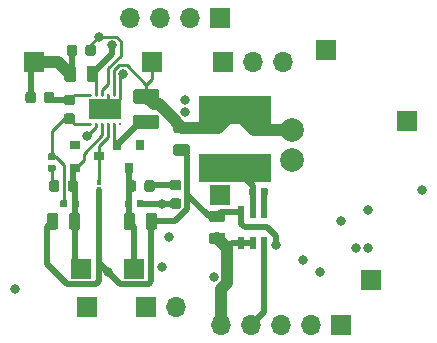
<source format=gbr>
G04 #@! TF.GenerationSoftware,KiCad,Pcbnew,(5.1.5)-3*
G04 #@! TF.CreationDate,2021-01-08T03:31:11-05:00*
G04 #@! TF.ProjectId,EPC611 LIDAR,45504336-3131-4204-9c49-4441522e6b69,rev?*
G04 #@! TF.SameCoordinates,Original*
G04 #@! TF.FileFunction,Copper,L4,Bot*
G04 #@! TF.FilePolarity,Positive*
%FSLAX46Y46*%
G04 Gerber Fmt 4.6, Leading zero omitted, Abs format (unit mm)*
G04 Created by KiCad (PCBNEW (5.1.5)-3) date 2021-01-08 03:31:11*
%MOMM*%
%LPD*%
G04 APERTURE LIST*
%ADD10R,0.550000X1.050000*%
%ADD11R,0.250000X0.250000*%
%ADD12R,2.700000X1.700000*%
%ADD13R,1.700000X1.700000*%
%ADD14C,0.100000*%
%ADD15R,6.100000X2.350000*%
%ADD16O,1.700000X1.700000*%
%ADD17C,2.000000*%
%ADD18R,0.900000X0.800000*%
%ADD19R,0.800000X0.900000*%
%ADD20C,0.800000*%
%ADD21C,0.500000*%
%ADD22C,1.000000*%
%ADD23C,0.250000*%
G04 APERTURE END LIST*
D10*
X122450000Y-110700000D03*
X121500000Y-110700000D03*
X120550000Y-110700000D03*
X120550000Y-113300000D03*
X121500000Y-113300000D03*
X122450000Y-113300000D03*
D11*
X107750000Y-100775000D03*
X107750000Y-103225000D03*
D12*
X109000000Y-102000000D03*
D11*
X110250000Y-100775000D03*
X109750000Y-100775000D03*
X109250000Y-100775000D03*
X108750000Y-100775000D03*
X108250000Y-100775000D03*
X108250000Y-103225000D03*
X108750000Y-103225000D03*
X109250000Y-103225000D03*
X109750000Y-103225000D03*
X110250000Y-103225000D03*
D13*
X103000000Y-98000000D03*
X131500000Y-116500000D03*
X127750000Y-97000000D03*
X107500000Y-118750000D03*
X134600000Y-103000000D03*
X118750000Y-109250000D03*
X113000000Y-98000000D03*
X111500000Y-115500000D03*
X107000000Y-115500000D03*
G04 #@! TA.AperFunction,SMDPad,CuDef*
D14*
G36*
X105676958Y-109680710D02*
G01*
X105691276Y-109682834D01*
X105705317Y-109686351D01*
X105718946Y-109691228D01*
X105732031Y-109697417D01*
X105744447Y-109704858D01*
X105756073Y-109713481D01*
X105766798Y-109723202D01*
X105776519Y-109733927D01*
X105785142Y-109745553D01*
X105792583Y-109757969D01*
X105798772Y-109771054D01*
X105803649Y-109784683D01*
X105807166Y-109798724D01*
X105809290Y-109813042D01*
X105810000Y-109827500D01*
X105810000Y-110172500D01*
X105809290Y-110186958D01*
X105807166Y-110201276D01*
X105803649Y-110215317D01*
X105798772Y-110228946D01*
X105792583Y-110242031D01*
X105785142Y-110254447D01*
X105776519Y-110266073D01*
X105766798Y-110276798D01*
X105756073Y-110286519D01*
X105744447Y-110295142D01*
X105732031Y-110302583D01*
X105718946Y-110308772D01*
X105705317Y-110313649D01*
X105691276Y-110317166D01*
X105676958Y-110319290D01*
X105662500Y-110320000D01*
X105367500Y-110320000D01*
X105353042Y-110319290D01*
X105338724Y-110317166D01*
X105324683Y-110313649D01*
X105311054Y-110308772D01*
X105297969Y-110302583D01*
X105285553Y-110295142D01*
X105273927Y-110286519D01*
X105263202Y-110276798D01*
X105253481Y-110266073D01*
X105244858Y-110254447D01*
X105237417Y-110242031D01*
X105231228Y-110228946D01*
X105226351Y-110215317D01*
X105222834Y-110201276D01*
X105220710Y-110186958D01*
X105220000Y-110172500D01*
X105220000Y-109827500D01*
X105220710Y-109813042D01*
X105222834Y-109798724D01*
X105226351Y-109784683D01*
X105231228Y-109771054D01*
X105237417Y-109757969D01*
X105244858Y-109745553D01*
X105253481Y-109733927D01*
X105263202Y-109723202D01*
X105273927Y-109713481D01*
X105285553Y-109704858D01*
X105297969Y-109697417D01*
X105311054Y-109691228D01*
X105324683Y-109686351D01*
X105338724Y-109682834D01*
X105353042Y-109680710D01*
X105367500Y-109680000D01*
X105662500Y-109680000D01*
X105676958Y-109680710D01*
G37*
G04 #@! TD.AperFunction*
G04 #@! TA.AperFunction,SMDPad,CuDef*
G36*
X106646958Y-109680710D02*
G01*
X106661276Y-109682834D01*
X106675317Y-109686351D01*
X106688946Y-109691228D01*
X106702031Y-109697417D01*
X106714447Y-109704858D01*
X106726073Y-109713481D01*
X106736798Y-109723202D01*
X106746519Y-109733927D01*
X106755142Y-109745553D01*
X106762583Y-109757969D01*
X106768772Y-109771054D01*
X106773649Y-109784683D01*
X106777166Y-109798724D01*
X106779290Y-109813042D01*
X106780000Y-109827500D01*
X106780000Y-110172500D01*
X106779290Y-110186958D01*
X106777166Y-110201276D01*
X106773649Y-110215317D01*
X106768772Y-110228946D01*
X106762583Y-110242031D01*
X106755142Y-110254447D01*
X106746519Y-110266073D01*
X106736798Y-110276798D01*
X106726073Y-110286519D01*
X106714447Y-110295142D01*
X106702031Y-110302583D01*
X106688946Y-110308772D01*
X106675317Y-110313649D01*
X106661276Y-110317166D01*
X106646958Y-110319290D01*
X106632500Y-110320000D01*
X106337500Y-110320000D01*
X106323042Y-110319290D01*
X106308724Y-110317166D01*
X106294683Y-110313649D01*
X106281054Y-110308772D01*
X106267969Y-110302583D01*
X106255553Y-110295142D01*
X106243927Y-110286519D01*
X106233202Y-110276798D01*
X106223481Y-110266073D01*
X106214858Y-110254447D01*
X106207417Y-110242031D01*
X106201228Y-110228946D01*
X106196351Y-110215317D01*
X106192834Y-110201276D01*
X106190710Y-110186958D01*
X106190000Y-110172500D01*
X106190000Y-109827500D01*
X106190710Y-109813042D01*
X106192834Y-109798724D01*
X106196351Y-109784683D01*
X106201228Y-109771054D01*
X106207417Y-109757969D01*
X106214858Y-109745553D01*
X106223481Y-109733927D01*
X106233202Y-109723202D01*
X106243927Y-109713481D01*
X106255553Y-109704858D01*
X106267969Y-109697417D01*
X106281054Y-109691228D01*
X106294683Y-109686351D01*
X106308724Y-109682834D01*
X106323042Y-109680710D01*
X106337500Y-109680000D01*
X106632500Y-109680000D01*
X106646958Y-109680710D01*
G37*
G04 #@! TD.AperFunction*
G04 #@! TA.AperFunction,SMDPad,CuDef*
G36*
X104952691Y-108026053D02*
G01*
X104973926Y-108029203D01*
X104994750Y-108034419D01*
X105014962Y-108041651D01*
X105034368Y-108050830D01*
X105052781Y-108061866D01*
X105070024Y-108074654D01*
X105085930Y-108089070D01*
X105100346Y-108104976D01*
X105113134Y-108122219D01*
X105124170Y-108140632D01*
X105133349Y-108160038D01*
X105140581Y-108180250D01*
X105145797Y-108201074D01*
X105148947Y-108222309D01*
X105150000Y-108243750D01*
X105150000Y-108756250D01*
X105148947Y-108777691D01*
X105145797Y-108798926D01*
X105140581Y-108819750D01*
X105133349Y-108839962D01*
X105124170Y-108859368D01*
X105113134Y-108877781D01*
X105100346Y-108895024D01*
X105085930Y-108910930D01*
X105070024Y-108925346D01*
X105052781Y-108938134D01*
X105034368Y-108949170D01*
X105014962Y-108958349D01*
X104994750Y-108965581D01*
X104973926Y-108970797D01*
X104952691Y-108973947D01*
X104931250Y-108975000D01*
X104493750Y-108975000D01*
X104472309Y-108973947D01*
X104451074Y-108970797D01*
X104430250Y-108965581D01*
X104410038Y-108958349D01*
X104390632Y-108949170D01*
X104372219Y-108938134D01*
X104354976Y-108925346D01*
X104339070Y-108910930D01*
X104324654Y-108895024D01*
X104311866Y-108877781D01*
X104300830Y-108859368D01*
X104291651Y-108839962D01*
X104284419Y-108819750D01*
X104279203Y-108798926D01*
X104276053Y-108777691D01*
X104275000Y-108756250D01*
X104275000Y-108243750D01*
X104276053Y-108222309D01*
X104279203Y-108201074D01*
X104284419Y-108180250D01*
X104291651Y-108160038D01*
X104300830Y-108140632D01*
X104311866Y-108122219D01*
X104324654Y-108104976D01*
X104339070Y-108089070D01*
X104354976Y-108074654D01*
X104372219Y-108061866D01*
X104390632Y-108050830D01*
X104410038Y-108041651D01*
X104430250Y-108034419D01*
X104451074Y-108029203D01*
X104472309Y-108026053D01*
X104493750Y-108025000D01*
X104931250Y-108025000D01*
X104952691Y-108026053D01*
G37*
G04 #@! TD.AperFunction*
G04 #@! TA.AperFunction,SMDPad,CuDef*
G36*
X106527691Y-108026053D02*
G01*
X106548926Y-108029203D01*
X106569750Y-108034419D01*
X106589962Y-108041651D01*
X106609368Y-108050830D01*
X106627781Y-108061866D01*
X106645024Y-108074654D01*
X106660930Y-108089070D01*
X106675346Y-108104976D01*
X106688134Y-108122219D01*
X106699170Y-108140632D01*
X106708349Y-108160038D01*
X106715581Y-108180250D01*
X106720797Y-108201074D01*
X106723947Y-108222309D01*
X106725000Y-108243750D01*
X106725000Y-108756250D01*
X106723947Y-108777691D01*
X106720797Y-108798926D01*
X106715581Y-108819750D01*
X106708349Y-108839962D01*
X106699170Y-108859368D01*
X106688134Y-108877781D01*
X106675346Y-108895024D01*
X106660930Y-108910930D01*
X106645024Y-108925346D01*
X106627781Y-108938134D01*
X106609368Y-108949170D01*
X106589962Y-108958349D01*
X106569750Y-108965581D01*
X106548926Y-108970797D01*
X106527691Y-108973947D01*
X106506250Y-108975000D01*
X106068750Y-108975000D01*
X106047309Y-108973947D01*
X106026074Y-108970797D01*
X106005250Y-108965581D01*
X105985038Y-108958349D01*
X105965632Y-108949170D01*
X105947219Y-108938134D01*
X105929976Y-108925346D01*
X105914070Y-108910930D01*
X105899654Y-108895024D01*
X105886866Y-108877781D01*
X105875830Y-108859368D01*
X105866651Y-108839962D01*
X105859419Y-108819750D01*
X105854203Y-108798926D01*
X105851053Y-108777691D01*
X105850000Y-108756250D01*
X105850000Y-108243750D01*
X105851053Y-108222309D01*
X105854203Y-108201074D01*
X105859419Y-108180250D01*
X105866651Y-108160038D01*
X105875830Y-108140632D01*
X105886866Y-108122219D01*
X105899654Y-108104976D01*
X105914070Y-108089070D01*
X105929976Y-108074654D01*
X105947219Y-108061866D01*
X105965632Y-108050830D01*
X105985038Y-108041651D01*
X106005250Y-108034419D01*
X106026074Y-108029203D01*
X106047309Y-108026053D01*
X106068750Y-108025000D01*
X106506250Y-108025000D01*
X106527691Y-108026053D01*
G37*
G04 #@! TD.AperFunction*
G04 #@! TA.AperFunction,SMDPad,CuDef*
G36*
X111176958Y-109680710D02*
G01*
X111191276Y-109682834D01*
X111205317Y-109686351D01*
X111218946Y-109691228D01*
X111232031Y-109697417D01*
X111244447Y-109704858D01*
X111256073Y-109713481D01*
X111266798Y-109723202D01*
X111276519Y-109733927D01*
X111285142Y-109745553D01*
X111292583Y-109757969D01*
X111298772Y-109771054D01*
X111303649Y-109784683D01*
X111307166Y-109798724D01*
X111309290Y-109813042D01*
X111310000Y-109827500D01*
X111310000Y-110172500D01*
X111309290Y-110186958D01*
X111307166Y-110201276D01*
X111303649Y-110215317D01*
X111298772Y-110228946D01*
X111292583Y-110242031D01*
X111285142Y-110254447D01*
X111276519Y-110266073D01*
X111266798Y-110276798D01*
X111256073Y-110286519D01*
X111244447Y-110295142D01*
X111232031Y-110302583D01*
X111218946Y-110308772D01*
X111205317Y-110313649D01*
X111191276Y-110317166D01*
X111176958Y-110319290D01*
X111162500Y-110320000D01*
X110867500Y-110320000D01*
X110853042Y-110319290D01*
X110838724Y-110317166D01*
X110824683Y-110313649D01*
X110811054Y-110308772D01*
X110797969Y-110302583D01*
X110785553Y-110295142D01*
X110773927Y-110286519D01*
X110763202Y-110276798D01*
X110753481Y-110266073D01*
X110744858Y-110254447D01*
X110737417Y-110242031D01*
X110731228Y-110228946D01*
X110726351Y-110215317D01*
X110722834Y-110201276D01*
X110720710Y-110186958D01*
X110720000Y-110172500D01*
X110720000Y-109827500D01*
X110720710Y-109813042D01*
X110722834Y-109798724D01*
X110726351Y-109784683D01*
X110731228Y-109771054D01*
X110737417Y-109757969D01*
X110744858Y-109745553D01*
X110753481Y-109733927D01*
X110763202Y-109723202D01*
X110773927Y-109713481D01*
X110785553Y-109704858D01*
X110797969Y-109697417D01*
X110811054Y-109691228D01*
X110824683Y-109686351D01*
X110838724Y-109682834D01*
X110853042Y-109680710D01*
X110867500Y-109680000D01*
X111162500Y-109680000D01*
X111176958Y-109680710D01*
G37*
G04 #@! TD.AperFunction*
G04 #@! TA.AperFunction,SMDPad,CuDef*
G36*
X112146958Y-109680710D02*
G01*
X112161276Y-109682834D01*
X112175317Y-109686351D01*
X112188946Y-109691228D01*
X112202031Y-109697417D01*
X112214447Y-109704858D01*
X112226073Y-109713481D01*
X112236798Y-109723202D01*
X112246519Y-109733927D01*
X112255142Y-109745553D01*
X112262583Y-109757969D01*
X112268772Y-109771054D01*
X112273649Y-109784683D01*
X112277166Y-109798724D01*
X112279290Y-109813042D01*
X112280000Y-109827500D01*
X112280000Y-110172500D01*
X112279290Y-110186958D01*
X112277166Y-110201276D01*
X112273649Y-110215317D01*
X112268772Y-110228946D01*
X112262583Y-110242031D01*
X112255142Y-110254447D01*
X112246519Y-110266073D01*
X112236798Y-110276798D01*
X112226073Y-110286519D01*
X112214447Y-110295142D01*
X112202031Y-110302583D01*
X112188946Y-110308772D01*
X112175317Y-110313649D01*
X112161276Y-110317166D01*
X112146958Y-110319290D01*
X112132500Y-110320000D01*
X111837500Y-110320000D01*
X111823042Y-110319290D01*
X111808724Y-110317166D01*
X111794683Y-110313649D01*
X111781054Y-110308772D01*
X111767969Y-110302583D01*
X111755553Y-110295142D01*
X111743927Y-110286519D01*
X111733202Y-110276798D01*
X111723481Y-110266073D01*
X111714858Y-110254447D01*
X111707417Y-110242031D01*
X111701228Y-110228946D01*
X111696351Y-110215317D01*
X111692834Y-110201276D01*
X111690710Y-110186958D01*
X111690000Y-110172500D01*
X111690000Y-109827500D01*
X111690710Y-109813042D01*
X111692834Y-109798724D01*
X111696351Y-109784683D01*
X111701228Y-109771054D01*
X111707417Y-109757969D01*
X111714858Y-109745553D01*
X111723481Y-109733927D01*
X111733202Y-109723202D01*
X111743927Y-109713481D01*
X111755553Y-109704858D01*
X111767969Y-109697417D01*
X111781054Y-109691228D01*
X111794683Y-109686351D01*
X111808724Y-109682834D01*
X111823042Y-109680710D01*
X111837500Y-109680000D01*
X112132500Y-109680000D01*
X112146958Y-109680710D01*
G37*
G04 #@! TD.AperFunction*
G04 #@! TA.AperFunction,SMDPad,CuDef*
G36*
X111452691Y-108026053D02*
G01*
X111473926Y-108029203D01*
X111494750Y-108034419D01*
X111514962Y-108041651D01*
X111534368Y-108050830D01*
X111552781Y-108061866D01*
X111570024Y-108074654D01*
X111585930Y-108089070D01*
X111600346Y-108104976D01*
X111613134Y-108122219D01*
X111624170Y-108140632D01*
X111633349Y-108160038D01*
X111640581Y-108180250D01*
X111645797Y-108201074D01*
X111648947Y-108222309D01*
X111650000Y-108243750D01*
X111650000Y-108756250D01*
X111648947Y-108777691D01*
X111645797Y-108798926D01*
X111640581Y-108819750D01*
X111633349Y-108839962D01*
X111624170Y-108859368D01*
X111613134Y-108877781D01*
X111600346Y-108895024D01*
X111585930Y-108910930D01*
X111570024Y-108925346D01*
X111552781Y-108938134D01*
X111534368Y-108949170D01*
X111514962Y-108958349D01*
X111494750Y-108965581D01*
X111473926Y-108970797D01*
X111452691Y-108973947D01*
X111431250Y-108975000D01*
X110993750Y-108975000D01*
X110972309Y-108973947D01*
X110951074Y-108970797D01*
X110930250Y-108965581D01*
X110910038Y-108958349D01*
X110890632Y-108949170D01*
X110872219Y-108938134D01*
X110854976Y-108925346D01*
X110839070Y-108910930D01*
X110824654Y-108895024D01*
X110811866Y-108877781D01*
X110800830Y-108859368D01*
X110791651Y-108839962D01*
X110784419Y-108819750D01*
X110779203Y-108798926D01*
X110776053Y-108777691D01*
X110775000Y-108756250D01*
X110775000Y-108243750D01*
X110776053Y-108222309D01*
X110779203Y-108201074D01*
X110784419Y-108180250D01*
X110791651Y-108160038D01*
X110800830Y-108140632D01*
X110811866Y-108122219D01*
X110824654Y-108104976D01*
X110839070Y-108089070D01*
X110854976Y-108074654D01*
X110872219Y-108061866D01*
X110890632Y-108050830D01*
X110910038Y-108041651D01*
X110930250Y-108034419D01*
X110951074Y-108029203D01*
X110972309Y-108026053D01*
X110993750Y-108025000D01*
X111431250Y-108025000D01*
X111452691Y-108026053D01*
G37*
G04 #@! TD.AperFunction*
G04 #@! TA.AperFunction,SMDPad,CuDef*
G36*
X113027691Y-108026053D02*
G01*
X113048926Y-108029203D01*
X113069750Y-108034419D01*
X113089962Y-108041651D01*
X113109368Y-108050830D01*
X113127781Y-108061866D01*
X113145024Y-108074654D01*
X113160930Y-108089070D01*
X113175346Y-108104976D01*
X113188134Y-108122219D01*
X113199170Y-108140632D01*
X113208349Y-108160038D01*
X113215581Y-108180250D01*
X113220797Y-108201074D01*
X113223947Y-108222309D01*
X113225000Y-108243750D01*
X113225000Y-108756250D01*
X113223947Y-108777691D01*
X113220797Y-108798926D01*
X113215581Y-108819750D01*
X113208349Y-108839962D01*
X113199170Y-108859368D01*
X113188134Y-108877781D01*
X113175346Y-108895024D01*
X113160930Y-108910930D01*
X113145024Y-108925346D01*
X113127781Y-108938134D01*
X113109368Y-108949170D01*
X113089962Y-108958349D01*
X113069750Y-108965581D01*
X113048926Y-108970797D01*
X113027691Y-108973947D01*
X113006250Y-108975000D01*
X112568750Y-108975000D01*
X112547309Y-108973947D01*
X112526074Y-108970797D01*
X112505250Y-108965581D01*
X112485038Y-108958349D01*
X112465632Y-108949170D01*
X112447219Y-108938134D01*
X112429976Y-108925346D01*
X112414070Y-108910930D01*
X112399654Y-108895024D01*
X112386866Y-108877781D01*
X112375830Y-108859368D01*
X112366651Y-108839962D01*
X112359419Y-108819750D01*
X112354203Y-108798926D01*
X112351053Y-108777691D01*
X112350000Y-108756250D01*
X112350000Y-108243750D01*
X112351053Y-108222309D01*
X112354203Y-108201074D01*
X112359419Y-108180250D01*
X112366651Y-108160038D01*
X112375830Y-108140632D01*
X112386866Y-108122219D01*
X112399654Y-108104976D01*
X112414070Y-108089070D01*
X112429976Y-108074654D01*
X112447219Y-108061866D01*
X112465632Y-108050830D01*
X112485038Y-108041651D01*
X112505250Y-108034419D01*
X112526074Y-108029203D01*
X112547309Y-108026053D01*
X112568750Y-108025000D01*
X113006250Y-108025000D01*
X113027691Y-108026053D01*
G37*
G04 #@! TD.AperFunction*
G04 #@! TA.AperFunction,SMDPad,CuDef*
G36*
X106277691Y-102351053D02*
G01*
X106298926Y-102354203D01*
X106319750Y-102359419D01*
X106339962Y-102366651D01*
X106359368Y-102375830D01*
X106377781Y-102386866D01*
X106395024Y-102399654D01*
X106410930Y-102414070D01*
X106425346Y-102429976D01*
X106438134Y-102447219D01*
X106449170Y-102465632D01*
X106458349Y-102485038D01*
X106465581Y-102505250D01*
X106470797Y-102526074D01*
X106473947Y-102547309D01*
X106475000Y-102568750D01*
X106475000Y-103006250D01*
X106473947Y-103027691D01*
X106470797Y-103048926D01*
X106465581Y-103069750D01*
X106458349Y-103089962D01*
X106449170Y-103109368D01*
X106438134Y-103127781D01*
X106425346Y-103145024D01*
X106410930Y-103160930D01*
X106395024Y-103175346D01*
X106377781Y-103188134D01*
X106359368Y-103199170D01*
X106339962Y-103208349D01*
X106319750Y-103215581D01*
X106298926Y-103220797D01*
X106277691Y-103223947D01*
X106256250Y-103225000D01*
X105743750Y-103225000D01*
X105722309Y-103223947D01*
X105701074Y-103220797D01*
X105680250Y-103215581D01*
X105660038Y-103208349D01*
X105640632Y-103199170D01*
X105622219Y-103188134D01*
X105604976Y-103175346D01*
X105589070Y-103160930D01*
X105574654Y-103145024D01*
X105561866Y-103127781D01*
X105550830Y-103109368D01*
X105541651Y-103089962D01*
X105534419Y-103069750D01*
X105529203Y-103048926D01*
X105526053Y-103027691D01*
X105525000Y-103006250D01*
X105525000Y-102568750D01*
X105526053Y-102547309D01*
X105529203Y-102526074D01*
X105534419Y-102505250D01*
X105541651Y-102485038D01*
X105550830Y-102465632D01*
X105561866Y-102447219D01*
X105574654Y-102429976D01*
X105589070Y-102414070D01*
X105604976Y-102399654D01*
X105622219Y-102386866D01*
X105640632Y-102375830D01*
X105660038Y-102366651D01*
X105680250Y-102359419D01*
X105701074Y-102354203D01*
X105722309Y-102351053D01*
X105743750Y-102350000D01*
X106256250Y-102350000D01*
X106277691Y-102351053D01*
G37*
G04 #@! TD.AperFunction*
G04 #@! TA.AperFunction,SMDPad,CuDef*
G36*
X106277691Y-100776053D02*
G01*
X106298926Y-100779203D01*
X106319750Y-100784419D01*
X106339962Y-100791651D01*
X106359368Y-100800830D01*
X106377781Y-100811866D01*
X106395024Y-100824654D01*
X106410930Y-100839070D01*
X106425346Y-100854976D01*
X106438134Y-100872219D01*
X106449170Y-100890632D01*
X106458349Y-100910038D01*
X106465581Y-100930250D01*
X106470797Y-100951074D01*
X106473947Y-100972309D01*
X106475000Y-100993750D01*
X106475000Y-101431250D01*
X106473947Y-101452691D01*
X106470797Y-101473926D01*
X106465581Y-101494750D01*
X106458349Y-101514962D01*
X106449170Y-101534368D01*
X106438134Y-101552781D01*
X106425346Y-101570024D01*
X106410930Y-101585930D01*
X106395024Y-101600346D01*
X106377781Y-101613134D01*
X106359368Y-101624170D01*
X106339962Y-101633349D01*
X106319750Y-101640581D01*
X106298926Y-101645797D01*
X106277691Y-101648947D01*
X106256250Y-101650000D01*
X105743750Y-101650000D01*
X105722309Y-101648947D01*
X105701074Y-101645797D01*
X105680250Y-101640581D01*
X105660038Y-101633349D01*
X105640632Y-101624170D01*
X105622219Y-101613134D01*
X105604976Y-101600346D01*
X105589070Y-101585930D01*
X105574654Y-101570024D01*
X105561866Y-101552781D01*
X105550830Y-101534368D01*
X105541651Y-101514962D01*
X105534419Y-101494750D01*
X105529203Y-101473926D01*
X105526053Y-101452691D01*
X105525000Y-101431250D01*
X105525000Y-100993750D01*
X105526053Y-100972309D01*
X105529203Y-100951074D01*
X105534419Y-100930250D01*
X105541651Y-100910038D01*
X105550830Y-100890632D01*
X105561866Y-100872219D01*
X105574654Y-100854976D01*
X105589070Y-100839070D01*
X105604976Y-100824654D01*
X105622219Y-100811866D01*
X105640632Y-100800830D01*
X105660038Y-100791651D01*
X105680250Y-100784419D01*
X105701074Y-100779203D01*
X105722309Y-100776053D01*
X105743750Y-100775000D01*
X106256250Y-100775000D01*
X106277691Y-100776053D01*
G37*
G04 #@! TD.AperFunction*
G04 #@! TA.AperFunction,SMDPad,CuDef*
G36*
X108027691Y-96526053D02*
G01*
X108048926Y-96529203D01*
X108069750Y-96534419D01*
X108089962Y-96541651D01*
X108109368Y-96550830D01*
X108127781Y-96561866D01*
X108145024Y-96574654D01*
X108160930Y-96589070D01*
X108175346Y-96604976D01*
X108188134Y-96622219D01*
X108199170Y-96640632D01*
X108208349Y-96660038D01*
X108215581Y-96680250D01*
X108220797Y-96701074D01*
X108223947Y-96722309D01*
X108225000Y-96743750D01*
X108225000Y-97256250D01*
X108223947Y-97277691D01*
X108220797Y-97298926D01*
X108215581Y-97319750D01*
X108208349Y-97339962D01*
X108199170Y-97359368D01*
X108188134Y-97377781D01*
X108175346Y-97395024D01*
X108160930Y-97410930D01*
X108145024Y-97425346D01*
X108127781Y-97438134D01*
X108109368Y-97449170D01*
X108089962Y-97458349D01*
X108069750Y-97465581D01*
X108048926Y-97470797D01*
X108027691Y-97473947D01*
X108006250Y-97475000D01*
X107568750Y-97475000D01*
X107547309Y-97473947D01*
X107526074Y-97470797D01*
X107505250Y-97465581D01*
X107485038Y-97458349D01*
X107465632Y-97449170D01*
X107447219Y-97438134D01*
X107429976Y-97425346D01*
X107414070Y-97410930D01*
X107399654Y-97395024D01*
X107386866Y-97377781D01*
X107375830Y-97359368D01*
X107366651Y-97339962D01*
X107359419Y-97319750D01*
X107354203Y-97298926D01*
X107351053Y-97277691D01*
X107350000Y-97256250D01*
X107350000Y-96743750D01*
X107351053Y-96722309D01*
X107354203Y-96701074D01*
X107359419Y-96680250D01*
X107366651Y-96660038D01*
X107375830Y-96640632D01*
X107386866Y-96622219D01*
X107399654Y-96604976D01*
X107414070Y-96589070D01*
X107429976Y-96574654D01*
X107447219Y-96561866D01*
X107465632Y-96550830D01*
X107485038Y-96541651D01*
X107505250Y-96534419D01*
X107526074Y-96529203D01*
X107547309Y-96526053D01*
X107568750Y-96525000D01*
X108006250Y-96525000D01*
X108027691Y-96526053D01*
G37*
G04 #@! TD.AperFunction*
G04 #@! TA.AperFunction,SMDPad,CuDef*
G36*
X106452691Y-96526053D02*
G01*
X106473926Y-96529203D01*
X106494750Y-96534419D01*
X106514962Y-96541651D01*
X106534368Y-96550830D01*
X106552781Y-96561866D01*
X106570024Y-96574654D01*
X106585930Y-96589070D01*
X106600346Y-96604976D01*
X106613134Y-96622219D01*
X106624170Y-96640632D01*
X106633349Y-96660038D01*
X106640581Y-96680250D01*
X106645797Y-96701074D01*
X106648947Y-96722309D01*
X106650000Y-96743750D01*
X106650000Y-97256250D01*
X106648947Y-97277691D01*
X106645797Y-97298926D01*
X106640581Y-97319750D01*
X106633349Y-97339962D01*
X106624170Y-97359368D01*
X106613134Y-97377781D01*
X106600346Y-97395024D01*
X106585930Y-97410930D01*
X106570024Y-97425346D01*
X106552781Y-97438134D01*
X106534368Y-97449170D01*
X106514962Y-97458349D01*
X106494750Y-97465581D01*
X106473926Y-97470797D01*
X106452691Y-97473947D01*
X106431250Y-97475000D01*
X105993750Y-97475000D01*
X105972309Y-97473947D01*
X105951074Y-97470797D01*
X105930250Y-97465581D01*
X105910038Y-97458349D01*
X105890632Y-97449170D01*
X105872219Y-97438134D01*
X105854976Y-97425346D01*
X105839070Y-97410930D01*
X105824654Y-97395024D01*
X105811866Y-97377781D01*
X105800830Y-97359368D01*
X105791651Y-97339962D01*
X105784419Y-97319750D01*
X105779203Y-97298926D01*
X105776053Y-97277691D01*
X105775000Y-97256250D01*
X105775000Y-96743750D01*
X105776053Y-96722309D01*
X105779203Y-96701074D01*
X105784419Y-96680250D01*
X105791651Y-96660038D01*
X105800830Y-96640632D01*
X105811866Y-96622219D01*
X105824654Y-96604976D01*
X105839070Y-96589070D01*
X105854976Y-96574654D01*
X105872219Y-96561866D01*
X105890632Y-96550830D01*
X105910038Y-96541651D01*
X105930250Y-96534419D01*
X105951074Y-96529203D01*
X105972309Y-96526053D01*
X105993750Y-96525000D01*
X106431250Y-96525000D01*
X106452691Y-96526053D01*
G37*
G04 #@! TD.AperFunction*
D15*
X120000000Y-102100000D03*
X120000000Y-107000000D03*
G04 #@! TA.AperFunction,SMDPad,CuDef*
D14*
G36*
X108609802Y-108590482D02*
G01*
X108619509Y-108591921D01*
X108629028Y-108594306D01*
X108638268Y-108597612D01*
X108647140Y-108601808D01*
X108655557Y-108606853D01*
X108663439Y-108612699D01*
X108670711Y-108619289D01*
X108677301Y-108626561D01*
X108683147Y-108634443D01*
X108688192Y-108642860D01*
X108692388Y-108651732D01*
X108695694Y-108660972D01*
X108698079Y-108670491D01*
X108699518Y-108680198D01*
X108700000Y-108690000D01*
X108700000Y-108950000D01*
X108699518Y-108959802D01*
X108698079Y-108969509D01*
X108695694Y-108979028D01*
X108692388Y-108988268D01*
X108688192Y-108997140D01*
X108683147Y-109005557D01*
X108677301Y-109013439D01*
X108670711Y-109020711D01*
X108663439Y-109027301D01*
X108655557Y-109033147D01*
X108647140Y-109038192D01*
X108638268Y-109042388D01*
X108629028Y-109045694D01*
X108619509Y-109048079D01*
X108609802Y-109049518D01*
X108600000Y-109050000D01*
X108400000Y-109050000D01*
X108390198Y-109049518D01*
X108380491Y-109048079D01*
X108370972Y-109045694D01*
X108361732Y-109042388D01*
X108352860Y-109038192D01*
X108344443Y-109033147D01*
X108336561Y-109027301D01*
X108329289Y-109020711D01*
X108322699Y-109013439D01*
X108316853Y-109005557D01*
X108311808Y-108997140D01*
X108307612Y-108988268D01*
X108304306Y-108979028D01*
X108301921Y-108969509D01*
X108300482Y-108959802D01*
X108300000Y-108950000D01*
X108300000Y-108690000D01*
X108300482Y-108680198D01*
X108301921Y-108670491D01*
X108304306Y-108660972D01*
X108307612Y-108651732D01*
X108311808Y-108642860D01*
X108316853Y-108634443D01*
X108322699Y-108626561D01*
X108329289Y-108619289D01*
X108336561Y-108612699D01*
X108344443Y-108606853D01*
X108352860Y-108601808D01*
X108361732Y-108597612D01*
X108370972Y-108594306D01*
X108380491Y-108591921D01*
X108390198Y-108590482D01*
X108400000Y-108590000D01*
X108600000Y-108590000D01*
X108609802Y-108590482D01*
G37*
G04 #@! TD.AperFunction*
G04 #@! TA.AperFunction,SMDPad,CuDef*
G36*
X108609802Y-107950482D02*
G01*
X108619509Y-107951921D01*
X108629028Y-107954306D01*
X108638268Y-107957612D01*
X108647140Y-107961808D01*
X108655557Y-107966853D01*
X108663439Y-107972699D01*
X108670711Y-107979289D01*
X108677301Y-107986561D01*
X108683147Y-107994443D01*
X108688192Y-108002860D01*
X108692388Y-108011732D01*
X108695694Y-108020972D01*
X108698079Y-108030491D01*
X108699518Y-108040198D01*
X108700000Y-108050000D01*
X108700000Y-108310000D01*
X108699518Y-108319802D01*
X108698079Y-108329509D01*
X108695694Y-108339028D01*
X108692388Y-108348268D01*
X108688192Y-108357140D01*
X108683147Y-108365557D01*
X108677301Y-108373439D01*
X108670711Y-108380711D01*
X108663439Y-108387301D01*
X108655557Y-108393147D01*
X108647140Y-108398192D01*
X108638268Y-108402388D01*
X108629028Y-108405694D01*
X108619509Y-108408079D01*
X108609802Y-108409518D01*
X108600000Y-108410000D01*
X108400000Y-108410000D01*
X108390198Y-108409518D01*
X108380491Y-108408079D01*
X108370972Y-108405694D01*
X108361732Y-108402388D01*
X108352860Y-108398192D01*
X108344443Y-108393147D01*
X108336561Y-108387301D01*
X108329289Y-108380711D01*
X108322699Y-108373439D01*
X108316853Y-108365557D01*
X108311808Y-108357140D01*
X108307612Y-108348268D01*
X108304306Y-108339028D01*
X108301921Y-108329509D01*
X108300482Y-108319802D01*
X108300000Y-108310000D01*
X108300000Y-108050000D01*
X108300482Y-108040198D01*
X108301921Y-108030491D01*
X108304306Y-108020972D01*
X108307612Y-108011732D01*
X108311808Y-108002860D01*
X108316853Y-107994443D01*
X108322699Y-107986561D01*
X108329289Y-107979289D01*
X108336561Y-107972699D01*
X108344443Y-107966853D01*
X108352860Y-107961808D01*
X108361732Y-107957612D01*
X108370972Y-107954306D01*
X108380491Y-107951921D01*
X108390198Y-107950482D01*
X108400000Y-107950000D01*
X108600000Y-107950000D01*
X108609802Y-107950482D01*
G37*
G04 #@! TD.AperFunction*
G04 #@! TA.AperFunction,SMDPad,CuDef*
G36*
X113374504Y-102451204D02*
G01*
X113398773Y-102454804D01*
X113422571Y-102460765D01*
X113445671Y-102469030D01*
X113467849Y-102479520D01*
X113488893Y-102492133D01*
X113508598Y-102506747D01*
X113526777Y-102523223D01*
X113543253Y-102541402D01*
X113557867Y-102561107D01*
X113570480Y-102582151D01*
X113580970Y-102604329D01*
X113589235Y-102627429D01*
X113595196Y-102651227D01*
X113598796Y-102675496D01*
X113600000Y-102700000D01*
X113600000Y-103450000D01*
X113598796Y-103474504D01*
X113595196Y-103498773D01*
X113589235Y-103522571D01*
X113580970Y-103545671D01*
X113570480Y-103567849D01*
X113557867Y-103588893D01*
X113543253Y-103608598D01*
X113526777Y-103626777D01*
X113508598Y-103643253D01*
X113488893Y-103657867D01*
X113467849Y-103670480D01*
X113445671Y-103680970D01*
X113422571Y-103689235D01*
X113398773Y-103695196D01*
X113374504Y-103698796D01*
X113350000Y-103700000D01*
X111650000Y-103700000D01*
X111625496Y-103698796D01*
X111601227Y-103695196D01*
X111577429Y-103689235D01*
X111554329Y-103680970D01*
X111532151Y-103670480D01*
X111511107Y-103657867D01*
X111491402Y-103643253D01*
X111473223Y-103626777D01*
X111456747Y-103608598D01*
X111442133Y-103588893D01*
X111429520Y-103567849D01*
X111419030Y-103545671D01*
X111410765Y-103522571D01*
X111404804Y-103498773D01*
X111401204Y-103474504D01*
X111400000Y-103450000D01*
X111400000Y-102700000D01*
X111401204Y-102675496D01*
X111404804Y-102651227D01*
X111410765Y-102627429D01*
X111419030Y-102604329D01*
X111429520Y-102582151D01*
X111442133Y-102561107D01*
X111456747Y-102541402D01*
X111473223Y-102523223D01*
X111491402Y-102506747D01*
X111511107Y-102492133D01*
X111532151Y-102479520D01*
X111554329Y-102469030D01*
X111577429Y-102460765D01*
X111601227Y-102454804D01*
X111625496Y-102451204D01*
X111650000Y-102450000D01*
X113350000Y-102450000D01*
X113374504Y-102451204D01*
G37*
G04 #@! TD.AperFunction*
G04 #@! TA.AperFunction,SMDPad,CuDef*
G36*
X113374504Y-100301204D02*
G01*
X113398773Y-100304804D01*
X113422571Y-100310765D01*
X113445671Y-100319030D01*
X113467849Y-100329520D01*
X113488893Y-100342133D01*
X113508598Y-100356747D01*
X113526777Y-100373223D01*
X113543253Y-100391402D01*
X113557867Y-100411107D01*
X113570480Y-100432151D01*
X113580970Y-100454329D01*
X113589235Y-100477429D01*
X113595196Y-100501227D01*
X113598796Y-100525496D01*
X113600000Y-100550000D01*
X113600000Y-101300000D01*
X113598796Y-101324504D01*
X113595196Y-101348773D01*
X113589235Y-101372571D01*
X113580970Y-101395671D01*
X113570480Y-101417849D01*
X113557867Y-101438893D01*
X113543253Y-101458598D01*
X113526777Y-101476777D01*
X113508598Y-101493253D01*
X113488893Y-101507867D01*
X113467849Y-101520480D01*
X113445671Y-101530970D01*
X113422571Y-101539235D01*
X113398773Y-101545196D01*
X113374504Y-101548796D01*
X113350000Y-101550000D01*
X111650000Y-101550000D01*
X111625496Y-101548796D01*
X111601227Y-101545196D01*
X111577429Y-101539235D01*
X111554329Y-101530970D01*
X111532151Y-101520480D01*
X111511107Y-101507867D01*
X111491402Y-101493253D01*
X111473223Y-101476777D01*
X111456747Y-101458598D01*
X111442133Y-101438893D01*
X111429520Y-101417849D01*
X111419030Y-101395671D01*
X111410765Y-101372571D01*
X111404804Y-101348773D01*
X111401204Y-101324504D01*
X111400000Y-101300000D01*
X111400000Y-100550000D01*
X111401204Y-100525496D01*
X111404804Y-100501227D01*
X111410765Y-100477429D01*
X111419030Y-100454329D01*
X111429520Y-100432151D01*
X111442133Y-100411107D01*
X111456747Y-100391402D01*
X111473223Y-100373223D01*
X111491402Y-100356747D01*
X111511107Y-100342133D01*
X111532151Y-100329520D01*
X111554329Y-100319030D01*
X111577429Y-100310765D01*
X111601227Y-100304804D01*
X111625496Y-100301204D01*
X111650000Y-100300000D01*
X113350000Y-100300000D01*
X113374504Y-100301204D01*
G37*
G04 #@! TD.AperFunction*
D16*
X115000000Y-118750000D03*
D13*
X112460000Y-118750000D03*
D16*
X124080000Y-98000000D03*
X121540000Y-98000000D03*
D13*
X119000000Y-98000000D03*
D16*
X118840000Y-120250000D03*
X121380000Y-120250000D03*
X123920000Y-120250000D03*
X126460000Y-120250000D03*
D13*
X129000000Y-120250000D03*
D16*
X111130000Y-94250000D03*
X113670000Y-94250000D03*
X116210000Y-94250000D03*
D13*
X118750000Y-94250000D03*
D17*
X124800000Y-106270000D03*
X124800000Y-103730000D03*
D18*
X108500000Y-106000000D03*
X106500000Y-105050000D03*
X106500000Y-106950000D03*
D19*
X111000000Y-107000000D03*
X111950000Y-105000000D03*
X110050000Y-105000000D03*
G04 #@! TA.AperFunction,SMDPad,CuDef*
D14*
G36*
X121676958Y-108680710D02*
G01*
X121691276Y-108682834D01*
X121705317Y-108686351D01*
X121718946Y-108691228D01*
X121732031Y-108697417D01*
X121744447Y-108704858D01*
X121756073Y-108713481D01*
X121766798Y-108723202D01*
X121776519Y-108733927D01*
X121785142Y-108745553D01*
X121792583Y-108757969D01*
X121798772Y-108771054D01*
X121803649Y-108784683D01*
X121807166Y-108798724D01*
X121809290Y-108813042D01*
X121810000Y-108827500D01*
X121810000Y-109172500D01*
X121809290Y-109186958D01*
X121807166Y-109201276D01*
X121803649Y-109215317D01*
X121798772Y-109228946D01*
X121792583Y-109242031D01*
X121785142Y-109254447D01*
X121776519Y-109266073D01*
X121766798Y-109276798D01*
X121756073Y-109286519D01*
X121744447Y-109295142D01*
X121732031Y-109302583D01*
X121718946Y-109308772D01*
X121705317Y-109313649D01*
X121691276Y-109317166D01*
X121676958Y-109319290D01*
X121662500Y-109320000D01*
X121367500Y-109320000D01*
X121353042Y-109319290D01*
X121338724Y-109317166D01*
X121324683Y-109313649D01*
X121311054Y-109308772D01*
X121297969Y-109302583D01*
X121285553Y-109295142D01*
X121273927Y-109286519D01*
X121263202Y-109276798D01*
X121253481Y-109266073D01*
X121244858Y-109254447D01*
X121237417Y-109242031D01*
X121231228Y-109228946D01*
X121226351Y-109215317D01*
X121222834Y-109201276D01*
X121220710Y-109186958D01*
X121220000Y-109172500D01*
X121220000Y-108827500D01*
X121220710Y-108813042D01*
X121222834Y-108798724D01*
X121226351Y-108784683D01*
X121231228Y-108771054D01*
X121237417Y-108757969D01*
X121244858Y-108745553D01*
X121253481Y-108733927D01*
X121263202Y-108723202D01*
X121273927Y-108713481D01*
X121285553Y-108704858D01*
X121297969Y-108697417D01*
X121311054Y-108691228D01*
X121324683Y-108686351D01*
X121338724Y-108682834D01*
X121353042Y-108680710D01*
X121367500Y-108680000D01*
X121662500Y-108680000D01*
X121676958Y-108680710D01*
G37*
G04 #@! TD.AperFunction*
G04 #@! TA.AperFunction,SMDPad,CuDef*
G36*
X122646958Y-108680710D02*
G01*
X122661276Y-108682834D01*
X122675317Y-108686351D01*
X122688946Y-108691228D01*
X122702031Y-108697417D01*
X122714447Y-108704858D01*
X122726073Y-108713481D01*
X122736798Y-108723202D01*
X122746519Y-108733927D01*
X122755142Y-108745553D01*
X122762583Y-108757969D01*
X122768772Y-108771054D01*
X122773649Y-108784683D01*
X122777166Y-108798724D01*
X122779290Y-108813042D01*
X122780000Y-108827500D01*
X122780000Y-109172500D01*
X122779290Y-109186958D01*
X122777166Y-109201276D01*
X122773649Y-109215317D01*
X122768772Y-109228946D01*
X122762583Y-109242031D01*
X122755142Y-109254447D01*
X122746519Y-109266073D01*
X122736798Y-109276798D01*
X122726073Y-109286519D01*
X122714447Y-109295142D01*
X122702031Y-109302583D01*
X122688946Y-109308772D01*
X122675317Y-109313649D01*
X122661276Y-109317166D01*
X122646958Y-109319290D01*
X122632500Y-109320000D01*
X122337500Y-109320000D01*
X122323042Y-109319290D01*
X122308724Y-109317166D01*
X122294683Y-109313649D01*
X122281054Y-109308772D01*
X122267969Y-109302583D01*
X122255553Y-109295142D01*
X122243927Y-109286519D01*
X122233202Y-109276798D01*
X122223481Y-109266073D01*
X122214858Y-109254447D01*
X122207417Y-109242031D01*
X122201228Y-109228946D01*
X122196351Y-109215317D01*
X122192834Y-109201276D01*
X122190710Y-109186958D01*
X122190000Y-109172500D01*
X122190000Y-108827500D01*
X122190710Y-108813042D01*
X122192834Y-108798724D01*
X122196351Y-108784683D01*
X122201228Y-108771054D01*
X122207417Y-108757969D01*
X122214858Y-108745553D01*
X122223481Y-108733927D01*
X122233202Y-108723202D01*
X122243927Y-108713481D01*
X122255553Y-108704858D01*
X122267969Y-108697417D01*
X122281054Y-108691228D01*
X122294683Y-108686351D01*
X122308724Y-108682834D01*
X122323042Y-108680710D01*
X122337500Y-108680000D01*
X122632500Y-108680000D01*
X122646958Y-108680710D01*
G37*
G04 #@! TD.AperFunction*
G04 #@! TA.AperFunction,SMDPad,CuDef*
G36*
X115980142Y-103076174D02*
G01*
X116003803Y-103079684D01*
X116027007Y-103085496D01*
X116049529Y-103093554D01*
X116071153Y-103103782D01*
X116091670Y-103116079D01*
X116110883Y-103130329D01*
X116128607Y-103146393D01*
X116144671Y-103164117D01*
X116158921Y-103183330D01*
X116171218Y-103203847D01*
X116181446Y-103225471D01*
X116189504Y-103247993D01*
X116195316Y-103271197D01*
X116198826Y-103294858D01*
X116200000Y-103318750D01*
X116200000Y-103806250D01*
X116198826Y-103830142D01*
X116195316Y-103853803D01*
X116189504Y-103877007D01*
X116181446Y-103899529D01*
X116171218Y-103921153D01*
X116158921Y-103941670D01*
X116144671Y-103960883D01*
X116128607Y-103978607D01*
X116110883Y-103994671D01*
X116091670Y-104008921D01*
X116071153Y-104021218D01*
X116049529Y-104031446D01*
X116027007Y-104039504D01*
X116003803Y-104045316D01*
X115980142Y-104048826D01*
X115956250Y-104050000D01*
X115043750Y-104050000D01*
X115019858Y-104048826D01*
X114996197Y-104045316D01*
X114972993Y-104039504D01*
X114950471Y-104031446D01*
X114928847Y-104021218D01*
X114908330Y-104008921D01*
X114889117Y-103994671D01*
X114871393Y-103978607D01*
X114855329Y-103960883D01*
X114841079Y-103941670D01*
X114828782Y-103921153D01*
X114818554Y-103899529D01*
X114810496Y-103877007D01*
X114804684Y-103853803D01*
X114801174Y-103830142D01*
X114800000Y-103806250D01*
X114800000Y-103318750D01*
X114801174Y-103294858D01*
X114804684Y-103271197D01*
X114810496Y-103247993D01*
X114818554Y-103225471D01*
X114828782Y-103203847D01*
X114841079Y-103183330D01*
X114855329Y-103164117D01*
X114871393Y-103146393D01*
X114889117Y-103130329D01*
X114908330Y-103116079D01*
X114928847Y-103103782D01*
X114950471Y-103093554D01*
X114972993Y-103085496D01*
X114996197Y-103079684D01*
X115019858Y-103076174D01*
X115043750Y-103075000D01*
X115956250Y-103075000D01*
X115980142Y-103076174D01*
G37*
G04 #@! TD.AperFunction*
G04 #@! TA.AperFunction,SMDPad,CuDef*
G36*
X115980142Y-104951174D02*
G01*
X116003803Y-104954684D01*
X116027007Y-104960496D01*
X116049529Y-104968554D01*
X116071153Y-104978782D01*
X116091670Y-104991079D01*
X116110883Y-105005329D01*
X116128607Y-105021393D01*
X116144671Y-105039117D01*
X116158921Y-105058330D01*
X116171218Y-105078847D01*
X116181446Y-105100471D01*
X116189504Y-105122993D01*
X116195316Y-105146197D01*
X116198826Y-105169858D01*
X116200000Y-105193750D01*
X116200000Y-105681250D01*
X116198826Y-105705142D01*
X116195316Y-105728803D01*
X116189504Y-105752007D01*
X116181446Y-105774529D01*
X116171218Y-105796153D01*
X116158921Y-105816670D01*
X116144671Y-105835883D01*
X116128607Y-105853607D01*
X116110883Y-105869671D01*
X116091670Y-105883921D01*
X116071153Y-105896218D01*
X116049529Y-105906446D01*
X116027007Y-105914504D01*
X116003803Y-105920316D01*
X115980142Y-105923826D01*
X115956250Y-105925000D01*
X115043750Y-105925000D01*
X115019858Y-105923826D01*
X114996197Y-105920316D01*
X114972993Y-105914504D01*
X114950471Y-105906446D01*
X114928847Y-105896218D01*
X114908330Y-105883921D01*
X114889117Y-105869671D01*
X114871393Y-105853607D01*
X114855329Y-105835883D01*
X114841079Y-105816670D01*
X114828782Y-105796153D01*
X114818554Y-105774529D01*
X114810496Y-105752007D01*
X114804684Y-105728803D01*
X114801174Y-105705142D01*
X114800000Y-105681250D01*
X114800000Y-105193750D01*
X114801174Y-105169858D01*
X114804684Y-105146197D01*
X114810496Y-105122993D01*
X114818554Y-105100471D01*
X114828782Y-105078847D01*
X114841079Y-105058330D01*
X114855329Y-105039117D01*
X114871393Y-105021393D01*
X114889117Y-105005329D01*
X114908330Y-104991079D01*
X114928847Y-104978782D01*
X114950471Y-104968554D01*
X114972993Y-104960496D01*
X114996197Y-104954684D01*
X115019858Y-104951174D01*
X115043750Y-104950000D01*
X115956250Y-104950000D01*
X115980142Y-104951174D01*
G37*
G04 #@! TD.AperFunction*
G04 #@! TA.AperFunction,SMDPad,CuDef*
G36*
X118980142Y-112451174D02*
G01*
X119003803Y-112454684D01*
X119027007Y-112460496D01*
X119049529Y-112468554D01*
X119071153Y-112478782D01*
X119091670Y-112491079D01*
X119110883Y-112505329D01*
X119128607Y-112521393D01*
X119144671Y-112539117D01*
X119158921Y-112558330D01*
X119171218Y-112578847D01*
X119181446Y-112600471D01*
X119189504Y-112622993D01*
X119195316Y-112646197D01*
X119198826Y-112669858D01*
X119200000Y-112693750D01*
X119200000Y-113181250D01*
X119198826Y-113205142D01*
X119195316Y-113228803D01*
X119189504Y-113252007D01*
X119181446Y-113274529D01*
X119171218Y-113296153D01*
X119158921Y-113316670D01*
X119144671Y-113335883D01*
X119128607Y-113353607D01*
X119110883Y-113369671D01*
X119091670Y-113383921D01*
X119071153Y-113396218D01*
X119049529Y-113406446D01*
X119027007Y-113414504D01*
X119003803Y-113420316D01*
X118980142Y-113423826D01*
X118956250Y-113425000D01*
X118043750Y-113425000D01*
X118019858Y-113423826D01*
X117996197Y-113420316D01*
X117972993Y-113414504D01*
X117950471Y-113406446D01*
X117928847Y-113396218D01*
X117908330Y-113383921D01*
X117889117Y-113369671D01*
X117871393Y-113353607D01*
X117855329Y-113335883D01*
X117841079Y-113316670D01*
X117828782Y-113296153D01*
X117818554Y-113274529D01*
X117810496Y-113252007D01*
X117804684Y-113228803D01*
X117801174Y-113205142D01*
X117800000Y-113181250D01*
X117800000Y-112693750D01*
X117801174Y-112669858D01*
X117804684Y-112646197D01*
X117810496Y-112622993D01*
X117818554Y-112600471D01*
X117828782Y-112578847D01*
X117841079Y-112558330D01*
X117855329Y-112539117D01*
X117871393Y-112521393D01*
X117889117Y-112505329D01*
X117908330Y-112491079D01*
X117928847Y-112478782D01*
X117950471Y-112468554D01*
X117972993Y-112460496D01*
X117996197Y-112454684D01*
X118019858Y-112451174D01*
X118043750Y-112450000D01*
X118956250Y-112450000D01*
X118980142Y-112451174D01*
G37*
G04 #@! TD.AperFunction*
G04 #@! TA.AperFunction,SMDPad,CuDef*
G36*
X118980142Y-110576174D02*
G01*
X119003803Y-110579684D01*
X119027007Y-110585496D01*
X119049529Y-110593554D01*
X119071153Y-110603782D01*
X119091670Y-110616079D01*
X119110883Y-110630329D01*
X119128607Y-110646393D01*
X119144671Y-110664117D01*
X119158921Y-110683330D01*
X119171218Y-110703847D01*
X119181446Y-110725471D01*
X119189504Y-110747993D01*
X119195316Y-110771197D01*
X119198826Y-110794858D01*
X119200000Y-110818750D01*
X119200000Y-111306250D01*
X119198826Y-111330142D01*
X119195316Y-111353803D01*
X119189504Y-111377007D01*
X119181446Y-111399529D01*
X119171218Y-111421153D01*
X119158921Y-111441670D01*
X119144671Y-111460883D01*
X119128607Y-111478607D01*
X119110883Y-111494671D01*
X119091670Y-111508921D01*
X119071153Y-111521218D01*
X119049529Y-111531446D01*
X119027007Y-111539504D01*
X119003803Y-111545316D01*
X118980142Y-111548826D01*
X118956250Y-111550000D01*
X118043750Y-111550000D01*
X118019858Y-111548826D01*
X117996197Y-111545316D01*
X117972993Y-111539504D01*
X117950471Y-111531446D01*
X117928847Y-111521218D01*
X117908330Y-111508921D01*
X117889117Y-111494671D01*
X117871393Y-111478607D01*
X117855329Y-111460883D01*
X117841079Y-111441670D01*
X117828782Y-111421153D01*
X117818554Y-111399529D01*
X117810496Y-111377007D01*
X117804684Y-111353803D01*
X117801174Y-111330142D01*
X117800000Y-111306250D01*
X117800000Y-110818750D01*
X117801174Y-110794858D01*
X117804684Y-110771197D01*
X117810496Y-110747993D01*
X117818554Y-110725471D01*
X117828782Y-110703847D01*
X117841079Y-110683330D01*
X117855329Y-110664117D01*
X117871393Y-110646393D01*
X117889117Y-110630329D01*
X117908330Y-110616079D01*
X117928847Y-110603782D01*
X117950471Y-110593554D01*
X117972993Y-110585496D01*
X117996197Y-110579684D01*
X118019858Y-110576174D01*
X118043750Y-110575000D01*
X118956250Y-110575000D01*
X118980142Y-110576174D01*
G37*
G04 #@! TD.AperFunction*
G04 #@! TA.AperFunction,SMDPad,CuDef*
G36*
X104686958Y-105720710D02*
G01*
X104701276Y-105722834D01*
X104715317Y-105726351D01*
X104728946Y-105731228D01*
X104742031Y-105737417D01*
X104754447Y-105744858D01*
X104766073Y-105753481D01*
X104776798Y-105763202D01*
X104786519Y-105773927D01*
X104795142Y-105785553D01*
X104802583Y-105797969D01*
X104808772Y-105811054D01*
X104813649Y-105824683D01*
X104817166Y-105838724D01*
X104819290Y-105853042D01*
X104820000Y-105867500D01*
X104820000Y-106162500D01*
X104819290Y-106176958D01*
X104817166Y-106191276D01*
X104813649Y-106205317D01*
X104808772Y-106218946D01*
X104802583Y-106232031D01*
X104795142Y-106244447D01*
X104786519Y-106256073D01*
X104776798Y-106266798D01*
X104766073Y-106276519D01*
X104754447Y-106285142D01*
X104742031Y-106292583D01*
X104728946Y-106298772D01*
X104715317Y-106303649D01*
X104701276Y-106307166D01*
X104686958Y-106309290D01*
X104672500Y-106310000D01*
X104327500Y-106310000D01*
X104313042Y-106309290D01*
X104298724Y-106307166D01*
X104284683Y-106303649D01*
X104271054Y-106298772D01*
X104257969Y-106292583D01*
X104245553Y-106285142D01*
X104233927Y-106276519D01*
X104223202Y-106266798D01*
X104213481Y-106256073D01*
X104204858Y-106244447D01*
X104197417Y-106232031D01*
X104191228Y-106218946D01*
X104186351Y-106205317D01*
X104182834Y-106191276D01*
X104180710Y-106176958D01*
X104180000Y-106162500D01*
X104180000Y-105867500D01*
X104180710Y-105853042D01*
X104182834Y-105838724D01*
X104186351Y-105824683D01*
X104191228Y-105811054D01*
X104197417Y-105797969D01*
X104204858Y-105785553D01*
X104213481Y-105773927D01*
X104223202Y-105763202D01*
X104233927Y-105753481D01*
X104245553Y-105744858D01*
X104257969Y-105737417D01*
X104271054Y-105731228D01*
X104284683Y-105726351D01*
X104298724Y-105722834D01*
X104313042Y-105720710D01*
X104327500Y-105720000D01*
X104672500Y-105720000D01*
X104686958Y-105720710D01*
G37*
G04 #@! TD.AperFunction*
G04 #@! TA.AperFunction,SMDPad,CuDef*
G36*
X104686958Y-106690710D02*
G01*
X104701276Y-106692834D01*
X104715317Y-106696351D01*
X104728946Y-106701228D01*
X104742031Y-106707417D01*
X104754447Y-106714858D01*
X104766073Y-106723481D01*
X104776798Y-106733202D01*
X104786519Y-106743927D01*
X104795142Y-106755553D01*
X104802583Y-106767969D01*
X104808772Y-106781054D01*
X104813649Y-106794683D01*
X104817166Y-106808724D01*
X104819290Y-106823042D01*
X104820000Y-106837500D01*
X104820000Y-107132500D01*
X104819290Y-107146958D01*
X104817166Y-107161276D01*
X104813649Y-107175317D01*
X104808772Y-107188946D01*
X104802583Y-107202031D01*
X104795142Y-107214447D01*
X104786519Y-107226073D01*
X104776798Y-107236798D01*
X104766073Y-107246519D01*
X104754447Y-107255142D01*
X104742031Y-107262583D01*
X104728946Y-107268772D01*
X104715317Y-107273649D01*
X104701276Y-107277166D01*
X104686958Y-107279290D01*
X104672500Y-107280000D01*
X104327500Y-107280000D01*
X104313042Y-107279290D01*
X104298724Y-107277166D01*
X104284683Y-107273649D01*
X104271054Y-107268772D01*
X104257969Y-107262583D01*
X104245553Y-107255142D01*
X104233927Y-107246519D01*
X104223202Y-107236798D01*
X104213481Y-107226073D01*
X104204858Y-107214447D01*
X104197417Y-107202031D01*
X104191228Y-107188946D01*
X104186351Y-107175317D01*
X104182834Y-107161276D01*
X104180710Y-107146958D01*
X104180000Y-107132500D01*
X104180000Y-106837500D01*
X104180710Y-106823042D01*
X104182834Y-106808724D01*
X104186351Y-106794683D01*
X104191228Y-106781054D01*
X104197417Y-106767969D01*
X104204858Y-106755553D01*
X104213481Y-106743927D01*
X104223202Y-106733202D01*
X104233927Y-106723481D01*
X104245553Y-106714858D01*
X104257969Y-106707417D01*
X104271054Y-106701228D01*
X104284683Y-106696351D01*
X104298724Y-106692834D01*
X104313042Y-106690710D01*
X104327500Y-106690000D01*
X104672500Y-106690000D01*
X104686958Y-106690710D01*
G37*
G04 #@! TD.AperFunction*
G04 #@! TA.AperFunction,SMDPad,CuDef*
G36*
X104830142Y-110801174D02*
G01*
X104853803Y-110804684D01*
X104877007Y-110810496D01*
X104899529Y-110818554D01*
X104921153Y-110828782D01*
X104941670Y-110841079D01*
X104960883Y-110855329D01*
X104978607Y-110871393D01*
X104994671Y-110889117D01*
X105008921Y-110908330D01*
X105021218Y-110928847D01*
X105031446Y-110950471D01*
X105039504Y-110972993D01*
X105045316Y-110996197D01*
X105048826Y-111019858D01*
X105050000Y-111043750D01*
X105050000Y-111956250D01*
X105048826Y-111980142D01*
X105045316Y-112003803D01*
X105039504Y-112027007D01*
X105031446Y-112049529D01*
X105021218Y-112071153D01*
X105008921Y-112091670D01*
X104994671Y-112110883D01*
X104978607Y-112128607D01*
X104960883Y-112144671D01*
X104941670Y-112158921D01*
X104921153Y-112171218D01*
X104899529Y-112181446D01*
X104877007Y-112189504D01*
X104853803Y-112195316D01*
X104830142Y-112198826D01*
X104806250Y-112200000D01*
X104318750Y-112200000D01*
X104294858Y-112198826D01*
X104271197Y-112195316D01*
X104247993Y-112189504D01*
X104225471Y-112181446D01*
X104203847Y-112171218D01*
X104183330Y-112158921D01*
X104164117Y-112144671D01*
X104146393Y-112128607D01*
X104130329Y-112110883D01*
X104116079Y-112091670D01*
X104103782Y-112071153D01*
X104093554Y-112049529D01*
X104085496Y-112027007D01*
X104079684Y-112003803D01*
X104076174Y-111980142D01*
X104075000Y-111956250D01*
X104075000Y-111043750D01*
X104076174Y-111019858D01*
X104079684Y-110996197D01*
X104085496Y-110972993D01*
X104093554Y-110950471D01*
X104103782Y-110928847D01*
X104116079Y-110908330D01*
X104130329Y-110889117D01*
X104146393Y-110871393D01*
X104164117Y-110855329D01*
X104183330Y-110841079D01*
X104203847Y-110828782D01*
X104225471Y-110818554D01*
X104247993Y-110810496D01*
X104271197Y-110804684D01*
X104294858Y-110801174D01*
X104318750Y-110800000D01*
X104806250Y-110800000D01*
X104830142Y-110801174D01*
G37*
G04 #@! TD.AperFunction*
G04 #@! TA.AperFunction,SMDPad,CuDef*
G36*
X106705142Y-110801174D02*
G01*
X106728803Y-110804684D01*
X106752007Y-110810496D01*
X106774529Y-110818554D01*
X106796153Y-110828782D01*
X106816670Y-110841079D01*
X106835883Y-110855329D01*
X106853607Y-110871393D01*
X106869671Y-110889117D01*
X106883921Y-110908330D01*
X106896218Y-110928847D01*
X106906446Y-110950471D01*
X106914504Y-110972993D01*
X106920316Y-110996197D01*
X106923826Y-111019858D01*
X106925000Y-111043750D01*
X106925000Y-111956250D01*
X106923826Y-111980142D01*
X106920316Y-112003803D01*
X106914504Y-112027007D01*
X106906446Y-112049529D01*
X106896218Y-112071153D01*
X106883921Y-112091670D01*
X106869671Y-112110883D01*
X106853607Y-112128607D01*
X106835883Y-112144671D01*
X106816670Y-112158921D01*
X106796153Y-112171218D01*
X106774529Y-112181446D01*
X106752007Y-112189504D01*
X106728803Y-112195316D01*
X106705142Y-112198826D01*
X106681250Y-112200000D01*
X106193750Y-112200000D01*
X106169858Y-112198826D01*
X106146197Y-112195316D01*
X106122993Y-112189504D01*
X106100471Y-112181446D01*
X106078847Y-112171218D01*
X106058330Y-112158921D01*
X106039117Y-112144671D01*
X106021393Y-112128607D01*
X106005329Y-112110883D01*
X105991079Y-112091670D01*
X105978782Y-112071153D01*
X105968554Y-112049529D01*
X105960496Y-112027007D01*
X105954684Y-112003803D01*
X105951174Y-111980142D01*
X105950000Y-111956250D01*
X105950000Y-111043750D01*
X105951174Y-111019858D01*
X105954684Y-110996197D01*
X105960496Y-110972993D01*
X105968554Y-110950471D01*
X105978782Y-110928847D01*
X105991079Y-110908330D01*
X106005329Y-110889117D01*
X106021393Y-110871393D01*
X106039117Y-110855329D01*
X106058330Y-110841079D01*
X106078847Y-110828782D01*
X106100471Y-110818554D01*
X106122993Y-110810496D01*
X106146197Y-110804684D01*
X106169858Y-110801174D01*
X106193750Y-110800000D01*
X106681250Y-110800000D01*
X106705142Y-110801174D01*
G37*
G04 #@! TD.AperFunction*
G04 #@! TA.AperFunction,SMDPad,CuDef*
G36*
X115277691Y-107976053D02*
G01*
X115298926Y-107979203D01*
X115319750Y-107984419D01*
X115339962Y-107991651D01*
X115359368Y-108000830D01*
X115377781Y-108011866D01*
X115395024Y-108024654D01*
X115410930Y-108039070D01*
X115425346Y-108054976D01*
X115438134Y-108072219D01*
X115449170Y-108090632D01*
X115458349Y-108110038D01*
X115465581Y-108130250D01*
X115470797Y-108151074D01*
X115473947Y-108172309D01*
X115475000Y-108193750D01*
X115475000Y-108631250D01*
X115473947Y-108652691D01*
X115470797Y-108673926D01*
X115465581Y-108694750D01*
X115458349Y-108714962D01*
X115449170Y-108734368D01*
X115438134Y-108752781D01*
X115425346Y-108770024D01*
X115410930Y-108785930D01*
X115395024Y-108800346D01*
X115377781Y-108813134D01*
X115359368Y-108824170D01*
X115339962Y-108833349D01*
X115319750Y-108840581D01*
X115298926Y-108845797D01*
X115277691Y-108848947D01*
X115256250Y-108850000D01*
X114743750Y-108850000D01*
X114722309Y-108848947D01*
X114701074Y-108845797D01*
X114680250Y-108840581D01*
X114660038Y-108833349D01*
X114640632Y-108824170D01*
X114622219Y-108813134D01*
X114604976Y-108800346D01*
X114589070Y-108785930D01*
X114574654Y-108770024D01*
X114561866Y-108752781D01*
X114550830Y-108734368D01*
X114541651Y-108714962D01*
X114534419Y-108694750D01*
X114529203Y-108673926D01*
X114526053Y-108652691D01*
X114525000Y-108631250D01*
X114525000Y-108193750D01*
X114526053Y-108172309D01*
X114529203Y-108151074D01*
X114534419Y-108130250D01*
X114541651Y-108110038D01*
X114550830Y-108090632D01*
X114561866Y-108072219D01*
X114574654Y-108054976D01*
X114589070Y-108039070D01*
X114604976Y-108024654D01*
X114622219Y-108011866D01*
X114640632Y-108000830D01*
X114660038Y-107991651D01*
X114680250Y-107984419D01*
X114701074Y-107979203D01*
X114722309Y-107976053D01*
X114743750Y-107975000D01*
X115256250Y-107975000D01*
X115277691Y-107976053D01*
G37*
G04 #@! TD.AperFunction*
G04 #@! TA.AperFunction,SMDPad,CuDef*
G36*
X115277691Y-109551053D02*
G01*
X115298926Y-109554203D01*
X115319750Y-109559419D01*
X115339962Y-109566651D01*
X115359368Y-109575830D01*
X115377781Y-109586866D01*
X115395024Y-109599654D01*
X115410930Y-109614070D01*
X115425346Y-109629976D01*
X115438134Y-109647219D01*
X115449170Y-109665632D01*
X115458349Y-109685038D01*
X115465581Y-109705250D01*
X115470797Y-109726074D01*
X115473947Y-109747309D01*
X115475000Y-109768750D01*
X115475000Y-110206250D01*
X115473947Y-110227691D01*
X115470797Y-110248926D01*
X115465581Y-110269750D01*
X115458349Y-110289962D01*
X115449170Y-110309368D01*
X115438134Y-110327781D01*
X115425346Y-110345024D01*
X115410930Y-110360930D01*
X115395024Y-110375346D01*
X115377781Y-110388134D01*
X115359368Y-110399170D01*
X115339962Y-110408349D01*
X115319750Y-110415581D01*
X115298926Y-110420797D01*
X115277691Y-110423947D01*
X115256250Y-110425000D01*
X114743750Y-110425000D01*
X114722309Y-110423947D01*
X114701074Y-110420797D01*
X114680250Y-110415581D01*
X114660038Y-110408349D01*
X114640632Y-110399170D01*
X114622219Y-110388134D01*
X114604976Y-110375346D01*
X114589070Y-110360930D01*
X114574654Y-110345024D01*
X114561866Y-110327781D01*
X114550830Y-110309368D01*
X114541651Y-110289962D01*
X114534419Y-110269750D01*
X114529203Y-110248926D01*
X114526053Y-110227691D01*
X114525000Y-110206250D01*
X114525000Y-109768750D01*
X114526053Y-109747309D01*
X114529203Y-109726074D01*
X114534419Y-109705250D01*
X114541651Y-109685038D01*
X114550830Y-109665632D01*
X114561866Y-109647219D01*
X114574654Y-109629976D01*
X114589070Y-109614070D01*
X114604976Y-109599654D01*
X114622219Y-109586866D01*
X114640632Y-109575830D01*
X114660038Y-109566651D01*
X114680250Y-109559419D01*
X114701074Y-109554203D01*
X114722309Y-109551053D01*
X114743750Y-109550000D01*
X115256250Y-109550000D01*
X115277691Y-109551053D01*
G37*
G04 #@! TD.AperFunction*
G04 #@! TA.AperFunction,SMDPad,CuDef*
G36*
X113205142Y-110801174D02*
G01*
X113228803Y-110804684D01*
X113252007Y-110810496D01*
X113274529Y-110818554D01*
X113296153Y-110828782D01*
X113316670Y-110841079D01*
X113335883Y-110855329D01*
X113353607Y-110871393D01*
X113369671Y-110889117D01*
X113383921Y-110908330D01*
X113396218Y-110928847D01*
X113406446Y-110950471D01*
X113414504Y-110972993D01*
X113420316Y-110996197D01*
X113423826Y-111019858D01*
X113425000Y-111043750D01*
X113425000Y-111956250D01*
X113423826Y-111980142D01*
X113420316Y-112003803D01*
X113414504Y-112027007D01*
X113406446Y-112049529D01*
X113396218Y-112071153D01*
X113383921Y-112091670D01*
X113369671Y-112110883D01*
X113353607Y-112128607D01*
X113335883Y-112144671D01*
X113316670Y-112158921D01*
X113296153Y-112171218D01*
X113274529Y-112181446D01*
X113252007Y-112189504D01*
X113228803Y-112195316D01*
X113205142Y-112198826D01*
X113181250Y-112200000D01*
X112693750Y-112200000D01*
X112669858Y-112198826D01*
X112646197Y-112195316D01*
X112622993Y-112189504D01*
X112600471Y-112181446D01*
X112578847Y-112171218D01*
X112558330Y-112158921D01*
X112539117Y-112144671D01*
X112521393Y-112128607D01*
X112505329Y-112110883D01*
X112491079Y-112091670D01*
X112478782Y-112071153D01*
X112468554Y-112049529D01*
X112460496Y-112027007D01*
X112454684Y-112003803D01*
X112451174Y-111980142D01*
X112450000Y-111956250D01*
X112450000Y-111043750D01*
X112451174Y-111019858D01*
X112454684Y-110996197D01*
X112460496Y-110972993D01*
X112468554Y-110950471D01*
X112478782Y-110928847D01*
X112491079Y-110908330D01*
X112505329Y-110889117D01*
X112521393Y-110871393D01*
X112539117Y-110855329D01*
X112558330Y-110841079D01*
X112578847Y-110828782D01*
X112600471Y-110818554D01*
X112622993Y-110810496D01*
X112646197Y-110804684D01*
X112669858Y-110801174D01*
X112693750Y-110800000D01*
X113181250Y-110800000D01*
X113205142Y-110801174D01*
G37*
G04 #@! TD.AperFunction*
G04 #@! TA.AperFunction,SMDPad,CuDef*
G36*
X111330142Y-110801174D02*
G01*
X111353803Y-110804684D01*
X111377007Y-110810496D01*
X111399529Y-110818554D01*
X111421153Y-110828782D01*
X111441670Y-110841079D01*
X111460883Y-110855329D01*
X111478607Y-110871393D01*
X111494671Y-110889117D01*
X111508921Y-110908330D01*
X111521218Y-110928847D01*
X111531446Y-110950471D01*
X111539504Y-110972993D01*
X111545316Y-110996197D01*
X111548826Y-111019858D01*
X111550000Y-111043750D01*
X111550000Y-111956250D01*
X111548826Y-111980142D01*
X111545316Y-112003803D01*
X111539504Y-112027007D01*
X111531446Y-112049529D01*
X111521218Y-112071153D01*
X111508921Y-112091670D01*
X111494671Y-112110883D01*
X111478607Y-112128607D01*
X111460883Y-112144671D01*
X111441670Y-112158921D01*
X111421153Y-112171218D01*
X111399529Y-112181446D01*
X111377007Y-112189504D01*
X111353803Y-112195316D01*
X111330142Y-112198826D01*
X111306250Y-112200000D01*
X110818750Y-112200000D01*
X110794858Y-112198826D01*
X110771197Y-112195316D01*
X110747993Y-112189504D01*
X110725471Y-112181446D01*
X110703847Y-112171218D01*
X110683330Y-112158921D01*
X110664117Y-112144671D01*
X110646393Y-112128607D01*
X110630329Y-112110883D01*
X110616079Y-112091670D01*
X110603782Y-112071153D01*
X110593554Y-112049529D01*
X110585496Y-112027007D01*
X110579684Y-112003803D01*
X110576174Y-111980142D01*
X110575000Y-111956250D01*
X110575000Y-111043750D01*
X110576174Y-111019858D01*
X110579684Y-110996197D01*
X110585496Y-110972993D01*
X110593554Y-110950471D01*
X110603782Y-110928847D01*
X110616079Y-110908330D01*
X110630329Y-110889117D01*
X110646393Y-110871393D01*
X110664117Y-110855329D01*
X110683330Y-110841079D01*
X110703847Y-110828782D01*
X110725471Y-110818554D01*
X110747993Y-110810496D01*
X110771197Y-110804684D01*
X110794858Y-110801174D01*
X110818750Y-110800000D01*
X111306250Y-110800000D01*
X111330142Y-110801174D01*
G37*
G04 #@! TD.AperFunction*
G04 #@! TA.AperFunction,SMDPad,CuDef*
G36*
X102952691Y-100526053D02*
G01*
X102973926Y-100529203D01*
X102994750Y-100534419D01*
X103014962Y-100541651D01*
X103034368Y-100550830D01*
X103052781Y-100561866D01*
X103070024Y-100574654D01*
X103085930Y-100589070D01*
X103100346Y-100604976D01*
X103113134Y-100622219D01*
X103124170Y-100640632D01*
X103133349Y-100660038D01*
X103140581Y-100680250D01*
X103145797Y-100701074D01*
X103148947Y-100722309D01*
X103150000Y-100743750D01*
X103150000Y-101256250D01*
X103148947Y-101277691D01*
X103145797Y-101298926D01*
X103140581Y-101319750D01*
X103133349Y-101339962D01*
X103124170Y-101359368D01*
X103113134Y-101377781D01*
X103100346Y-101395024D01*
X103085930Y-101410930D01*
X103070024Y-101425346D01*
X103052781Y-101438134D01*
X103034368Y-101449170D01*
X103014962Y-101458349D01*
X102994750Y-101465581D01*
X102973926Y-101470797D01*
X102952691Y-101473947D01*
X102931250Y-101475000D01*
X102493750Y-101475000D01*
X102472309Y-101473947D01*
X102451074Y-101470797D01*
X102430250Y-101465581D01*
X102410038Y-101458349D01*
X102390632Y-101449170D01*
X102372219Y-101438134D01*
X102354976Y-101425346D01*
X102339070Y-101410930D01*
X102324654Y-101395024D01*
X102311866Y-101377781D01*
X102300830Y-101359368D01*
X102291651Y-101339962D01*
X102284419Y-101319750D01*
X102279203Y-101298926D01*
X102276053Y-101277691D01*
X102275000Y-101256250D01*
X102275000Y-100743750D01*
X102276053Y-100722309D01*
X102279203Y-100701074D01*
X102284419Y-100680250D01*
X102291651Y-100660038D01*
X102300830Y-100640632D01*
X102311866Y-100622219D01*
X102324654Y-100604976D01*
X102339070Y-100589070D01*
X102354976Y-100574654D01*
X102372219Y-100561866D01*
X102390632Y-100550830D01*
X102410038Y-100541651D01*
X102430250Y-100534419D01*
X102451074Y-100529203D01*
X102472309Y-100526053D01*
X102493750Y-100525000D01*
X102931250Y-100525000D01*
X102952691Y-100526053D01*
G37*
G04 #@! TD.AperFunction*
G04 #@! TA.AperFunction,SMDPad,CuDef*
G36*
X104527691Y-100526053D02*
G01*
X104548926Y-100529203D01*
X104569750Y-100534419D01*
X104589962Y-100541651D01*
X104609368Y-100550830D01*
X104627781Y-100561866D01*
X104645024Y-100574654D01*
X104660930Y-100589070D01*
X104675346Y-100604976D01*
X104688134Y-100622219D01*
X104699170Y-100640632D01*
X104708349Y-100660038D01*
X104715581Y-100680250D01*
X104720797Y-100701074D01*
X104723947Y-100722309D01*
X104725000Y-100743750D01*
X104725000Y-101256250D01*
X104723947Y-101277691D01*
X104720797Y-101298926D01*
X104715581Y-101319750D01*
X104708349Y-101339962D01*
X104699170Y-101359368D01*
X104688134Y-101377781D01*
X104675346Y-101395024D01*
X104660930Y-101410930D01*
X104645024Y-101425346D01*
X104627781Y-101438134D01*
X104609368Y-101449170D01*
X104589962Y-101458349D01*
X104569750Y-101465581D01*
X104548926Y-101470797D01*
X104527691Y-101473947D01*
X104506250Y-101475000D01*
X104068750Y-101475000D01*
X104047309Y-101473947D01*
X104026074Y-101470797D01*
X104005250Y-101465581D01*
X103985038Y-101458349D01*
X103965632Y-101449170D01*
X103947219Y-101438134D01*
X103929976Y-101425346D01*
X103914070Y-101410930D01*
X103899654Y-101395024D01*
X103886866Y-101377781D01*
X103875830Y-101359368D01*
X103866651Y-101339962D01*
X103859419Y-101319750D01*
X103854203Y-101298926D01*
X103851053Y-101277691D01*
X103850000Y-101256250D01*
X103850000Y-100743750D01*
X103851053Y-100722309D01*
X103854203Y-100701074D01*
X103859419Y-100680250D01*
X103866651Y-100660038D01*
X103875830Y-100640632D01*
X103886866Y-100622219D01*
X103899654Y-100604976D01*
X103914070Y-100589070D01*
X103929976Y-100574654D01*
X103947219Y-100561866D01*
X103965632Y-100550830D01*
X103985038Y-100541651D01*
X104005250Y-100534419D01*
X104026074Y-100529203D01*
X104047309Y-100526053D01*
X104068750Y-100525000D01*
X104506250Y-100525000D01*
X104527691Y-100526053D01*
G37*
G04 #@! TD.AperFunction*
G04 #@! TA.AperFunction,SMDPad,CuDef*
G36*
X106330142Y-98301174D02*
G01*
X106353803Y-98304684D01*
X106377007Y-98310496D01*
X106399529Y-98318554D01*
X106421153Y-98328782D01*
X106441670Y-98341079D01*
X106460883Y-98355329D01*
X106478607Y-98371393D01*
X106494671Y-98389117D01*
X106508921Y-98408330D01*
X106521218Y-98428847D01*
X106531446Y-98450471D01*
X106539504Y-98472993D01*
X106545316Y-98496197D01*
X106548826Y-98519858D01*
X106550000Y-98543750D01*
X106550000Y-99456250D01*
X106548826Y-99480142D01*
X106545316Y-99503803D01*
X106539504Y-99527007D01*
X106531446Y-99549529D01*
X106521218Y-99571153D01*
X106508921Y-99591670D01*
X106494671Y-99610883D01*
X106478607Y-99628607D01*
X106460883Y-99644671D01*
X106441670Y-99658921D01*
X106421153Y-99671218D01*
X106399529Y-99681446D01*
X106377007Y-99689504D01*
X106353803Y-99695316D01*
X106330142Y-99698826D01*
X106306250Y-99700000D01*
X105818750Y-99700000D01*
X105794858Y-99698826D01*
X105771197Y-99695316D01*
X105747993Y-99689504D01*
X105725471Y-99681446D01*
X105703847Y-99671218D01*
X105683330Y-99658921D01*
X105664117Y-99644671D01*
X105646393Y-99628607D01*
X105630329Y-99610883D01*
X105616079Y-99591670D01*
X105603782Y-99571153D01*
X105593554Y-99549529D01*
X105585496Y-99527007D01*
X105579684Y-99503803D01*
X105576174Y-99480142D01*
X105575000Y-99456250D01*
X105575000Y-98543750D01*
X105576174Y-98519858D01*
X105579684Y-98496197D01*
X105585496Y-98472993D01*
X105593554Y-98450471D01*
X105603782Y-98428847D01*
X105616079Y-98408330D01*
X105630329Y-98389117D01*
X105646393Y-98371393D01*
X105664117Y-98355329D01*
X105683330Y-98341079D01*
X105703847Y-98328782D01*
X105725471Y-98318554D01*
X105747993Y-98310496D01*
X105771197Y-98304684D01*
X105794858Y-98301174D01*
X105818750Y-98300000D01*
X106306250Y-98300000D01*
X106330142Y-98301174D01*
G37*
G04 #@! TD.AperFunction*
G04 #@! TA.AperFunction,SMDPad,CuDef*
G36*
X108205142Y-98301174D02*
G01*
X108228803Y-98304684D01*
X108252007Y-98310496D01*
X108274529Y-98318554D01*
X108296153Y-98328782D01*
X108316670Y-98341079D01*
X108335883Y-98355329D01*
X108353607Y-98371393D01*
X108369671Y-98389117D01*
X108383921Y-98408330D01*
X108396218Y-98428847D01*
X108406446Y-98450471D01*
X108414504Y-98472993D01*
X108420316Y-98496197D01*
X108423826Y-98519858D01*
X108425000Y-98543750D01*
X108425000Y-99456250D01*
X108423826Y-99480142D01*
X108420316Y-99503803D01*
X108414504Y-99527007D01*
X108406446Y-99549529D01*
X108396218Y-99571153D01*
X108383921Y-99591670D01*
X108369671Y-99610883D01*
X108353607Y-99628607D01*
X108335883Y-99644671D01*
X108316670Y-99658921D01*
X108296153Y-99671218D01*
X108274529Y-99681446D01*
X108252007Y-99689504D01*
X108228803Y-99695316D01*
X108205142Y-99698826D01*
X108181250Y-99700000D01*
X107693750Y-99700000D01*
X107669858Y-99698826D01*
X107646197Y-99695316D01*
X107622993Y-99689504D01*
X107600471Y-99681446D01*
X107578847Y-99671218D01*
X107558330Y-99658921D01*
X107539117Y-99644671D01*
X107521393Y-99628607D01*
X107505329Y-99610883D01*
X107491079Y-99591670D01*
X107478782Y-99571153D01*
X107468554Y-99549529D01*
X107460496Y-99527007D01*
X107454684Y-99503803D01*
X107451174Y-99480142D01*
X107450000Y-99456250D01*
X107450000Y-98543750D01*
X107451174Y-98519858D01*
X107454684Y-98496197D01*
X107460496Y-98472993D01*
X107468554Y-98450471D01*
X107478782Y-98428847D01*
X107491079Y-98408330D01*
X107505329Y-98389117D01*
X107521393Y-98371393D01*
X107539117Y-98355329D01*
X107558330Y-98341079D01*
X107578847Y-98328782D01*
X107600471Y-98318554D01*
X107622993Y-98310496D01*
X107646197Y-98304684D01*
X107669858Y-98301174D01*
X107693750Y-98300000D01*
X108181250Y-98300000D01*
X108205142Y-98301174D01*
G37*
G04 #@! TD.AperFunction*
D20*
X101400000Y-117200000D03*
X123500000Y-113500000D03*
X129000000Y-111500000D03*
X110500000Y-99000000D03*
X109244999Y-115755001D03*
X135855001Y-108855001D03*
X131250000Y-110500000D03*
X107500000Y-104250000D03*
X109600000Y-96600000D03*
X118200000Y-116200000D03*
X131250000Y-113750000D03*
X113800000Y-110000000D03*
X108525001Y-95874999D03*
X130250000Y-113750000D03*
X115800000Y-101200000D03*
X115800000Y-102200000D03*
X127200000Y-115800000D03*
X114400000Y-112800000D03*
X125750000Y-114750000D03*
X113800000Y-115400000D03*
D21*
X118862500Y-110700000D02*
X118500000Y-111062500D01*
X120550000Y-110700000D02*
X118862500Y-110700000D01*
X106212500Y-98850000D02*
X106062500Y-99000000D01*
X106212500Y-97000000D02*
X106212500Y-98850000D01*
X102712500Y-98287500D02*
X103000000Y-98000000D01*
X102712500Y-101000000D02*
X102712500Y-98287500D01*
D22*
X105062500Y-98000000D02*
X106062500Y-99000000D01*
X103000000Y-98000000D02*
X105062500Y-98000000D01*
D23*
X110250000Y-99250000D02*
X110500000Y-99000000D01*
X110250000Y-100775000D02*
X110250000Y-99250000D01*
X109250000Y-101750000D02*
X109000000Y-102000000D01*
X109250000Y-100775000D02*
X109250000Y-101750000D01*
X110250000Y-101150000D02*
X109400000Y-102000000D01*
X109400000Y-102000000D02*
X109000000Y-102000000D01*
X110250000Y-100775000D02*
X110250000Y-101150000D01*
D21*
X110289999Y-116800001D02*
X109244999Y-115755001D01*
X112710001Y-116800001D02*
X110289999Y-116800001D01*
X108500000Y-115010002D02*
X108500000Y-108860010D01*
X112937500Y-111500000D02*
X112937500Y-116572502D01*
X112937500Y-116572502D02*
X112710001Y-116800001D01*
X108500000Y-116510002D02*
X108500000Y-115010002D01*
X108210001Y-116800001D02*
X108500000Y-116510002D01*
X105789999Y-116800001D02*
X108210001Y-116800001D01*
X104076973Y-115086975D02*
X105789999Y-116800001D01*
X104076973Y-111985527D02*
X104076973Y-115086975D01*
X104562500Y-111500000D02*
X104076973Y-111985527D01*
X109244999Y-115755001D02*
X108500000Y-115010002D01*
X117800000Y-111062500D02*
X118500000Y-111062500D01*
X115985527Y-105923027D02*
X115985527Y-109248027D01*
X115985527Y-109248027D02*
X117800000Y-111062500D01*
X115500000Y-105437500D02*
X115985527Y-105923027D01*
X123500000Y-112739998D02*
X122760002Y-112000000D01*
X123500000Y-113500000D02*
X123500000Y-112739998D01*
X120550000Y-111725000D02*
X120550000Y-110700000D01*
X120825000Y-112000000D02*
X120550000Y-111725000D01*
X122760002Y-112000000D02*
X120825000Y-112000000D01*
X114908272Y-111500000D02*
X115985527Y-110422745D01*
X115985527Y-110422745D02*
X115985527Y-109248027D01*
X112937500Y-111500000D02*
X114908272Y-111500000D01*
X111500000Y-111937500D02*
X111062500Y-111500000D01*
X111500000Y-115500000D02*
X111500000Y-111937500D01*
X111062500Y-110047500D02*
X111015000Y-110000000D01*
X111062500Y-111500000D02*
X111062500Y-110047500D01*
X111015000Y-108697500D02*
X111212500Y-108500000D01*
X111015000Y-110000000D02*
X111015000Y-108697500D01*
X111000000Y-108287500D02*
X111212500Y-108500000D01*
X111000000Y-107000000D02*
X111000000Y-108287500D01*
X122450000Y-119180000D02*
X121380000Y-120250000D01*
X122450000Y-113300000D02*
X122450000Y-119180000D01*
D22*
X121630000Y-103730000D02*
X120000000Y-102100000D01*
X124800000Y-103730000D02*
X121630000Y-103730000D01*
X118537500Y-103562500D02*
X115500000Y-103562500D01*
X120000000Y-102100000D02*
X118537500Y-103562500D01*
X113125000Y-101550000D02*
X112500000Y-100925000D01*
X113543520Y-101550000D02*
X113125000Y-101550000D01*
X115014473Y-103020953D02*
X113543520Y-101550000D01*
X115014473Y-103076973D02*
X115014473Y-103020953D01*
X115500000Y-103562500D02*
X115014473Y-103076973D01*
D23*
X108250000Y-99312500D02*
X107937500Y-99000000D01*
X108250000Y-100775000D02*
X108250000Y-99312500D01*
X112500000Y-100300000D02*
X112500000Y-100925000D01*
X112500000Y-99926998D02*
X112500000Y-100300000D01*
X110848001Y-98274999D02*
X112500000Y-99926998D01*
X110151999Y-98274999D02*
X110848001Y-98274999D01*
X109750000Y-98676998D02*
X110151999Y-98274999D01*
X109750000Y-100775000D02*
X109750000Y-98676998D01*
X113000000Y-99426998D02*
X113000000Y-98000000D01*
X112500000Y-99926998D02*
X113000000Y-99426998D01*
D21*
X109600000Y-97337500D02*
X107937500Y-99000000D01*
X109600000Y-96600000D02*
X109600000Y-97337500D01*
D23*
X108250000Y-103500000D02*
X107500000Y-104250000D01*
X108250000Y-103225000D02*
X108250000Y-103500000D01*
X106437500Y-100775000D02*
X106000000Y-101212500D01*
X107750000Y-100775000D02*
X106437500Y-100775000D01*
D21*
X104500000Y-101212500D02*
X104287500Y-101000000D01*
X106000000Y-101212500D02*
X104500000Y-101212500D01*
X112875000Y-108412500D02*
X112787500Y-108500000D01*
X115000000Y-108412500D02*
X112875000Y-108412500D01*
D23*
X108750000Y-100400000D02*
X109299990Y-99850010D01*
X108750000Y-100775000D02*
X108750000Y-100400000D01*
X107787500Y-96525000D02*
X107787500Y-97000000D01*
X108437501Y-95874999D02*
X107787500Y-96525000D01*
X109948001Y-95874999D02*
X108525001Y-95874999D01*
X110325001Y-96251999D02*
X109948001Y-95874999D01*
X110325001Y-97465587D02*
X110325001Y-96251999D01*
X109299991Y-98490597D02*
X110325001Y-97465587D01*
X109299990Y-99850010D02*
X109299991Y-98490597D01*
D21*
X111985000Y-110000000D02*
X113800000Y-110000000D01*
X114987500Y-110000000D02*
X115000000Y-109987500D01*
X113800000Y-110000000D02*
X114987500Y-110000000D01*
D23*
X108525001Y-95874999D02*
X108437501Y-95874999D01*
D21*
X106437500Y-110047500D02*
X106485000Y-110000000D01*
X106437500Y-111500000D02*
X106437500Y-110047500D01*
X106485000Y-108697500D02*
X106287500Y-108500000D01*
X106485000Y-110000000D02*
X106485000Y-108697500D01*
X106287500Y-107162500D02*
X106500000Y-106950000D01*
X106287500Y-108500000D02*
X106287500Y-107162500D01*
X106437500Y-114937500D02*
X107000000Y-115500000D01*
X106437500Y-111500000D02*
X106437500Y-114937500D01*
D23*
X106550000Y-106950000D02*
X106500000Y-106950000D01*
X107200000Y-106300000D02*
X106550000Y-106950000D01*
X107200000Y-105763590D02*
X107200000Y-106300000D01*
X108750000Y-104213590D02*
X107200000Y-105763590D01*
X108750000Y-103225000D02*
X108750000Y-104213590D01*
X104820000Y-106015000D02*
X104500000Y-106015000D01*
X105515000Y-106710000D02*
X104820000Y-106015000D01*
X105515000Y-110000000D02*
X105515000Y-106710000D01*
X105525000Y-102787500D02*
X106000000Y-102787500D01*
X104500000Y-103812500D02*
X105525000Y-102787500D01*
X104500000Y-106015000D02*
X104500000Y-103812500D01*
X106437500Y-103225000D02*
X106000000Y-102787500D01*
X107750000Y-103225000D02*
X106437500Y-103225000D01*
X104500000Y-108287500D02*
X104712500Y-108500000D01*
X104500000Y-106985000D02*
X104500000Y-108287500D01*
X109750000Y-104700000D02*
X110050000Y-105000000D01*
X109750000Y-103225000D02*
X109750000Y-104700000D01*
D21*
X111975000Y-103075000D02*
X110050000Y-105000000D01*
X112500000Y-103075000D02*
X111975000Y-103075000D01*
D23*
X109250000Y-103225000D02*
X109250000Y-104350000D01*
X108500000Y-105100000D02*
X108500000Y-106000000D01*
X109250000Y-104350000D02*
X108500000Y-105100000D01*
X108500000Y-108180000D02*
X108500000Y-106000000D01*
D22*
X119300001Y-113737501D02*
X118985527Y-113423027D01*
X119300001Y-116728001D02*
X119300001Y-113737501D01*
X118840000Y-117188002D02*
X119300001Y-116728001D01*
X118985527Y-113423027D02*
X118500000Y-112937500D01*
X118840000Y-120250000D02*
X118840000Y-117188002D01*
D21*
X121500000Y-113300000D02*
X120550000Y-113300000D01*
X119737502Y-113300000D02*
X119300001Y-113737501D01*
X120550000Y-113300000D02*
X119737502Y-113300000D01*
X121515000Y-110685000D02*
X121500000Y-110700000D01*
X121515000Y-109000000D02*
X121515000Y-110685000D01*
X121515000Y-108515000D02*
X120000000Y-107000000D01*
X121515000Y-109000000D02*
X121515000Y-108515000D01*
X122450000Y-109035000D02*
X122485000Y-109000000D01*
X122450000Y-110700000D02*
X122450000Y-109035000D01*
M02*

</source>
